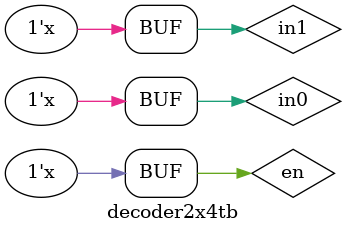
<source format=v>
`timescale 1ns / 1ps

module decoder2x4tb;

reg  in0,in1;
wire out0,out1,out2,out3;
reg en;

decoder2x4 dec (
    .in0(in0),
    .in1(in1),
    .out0(out0),
    .out1(out1),
    .out2(out2),
    .out3(out3),
    .en(en)
  );
  
  initial begin 
  in0 = 1'b0;
  in1 = 1'b0;
  en = 1'b0;
  end
  
  always #5 in0= ~in0;
  always #10 in1 =~in1;
  always #25 en = ~en;


endmodule

</source>
